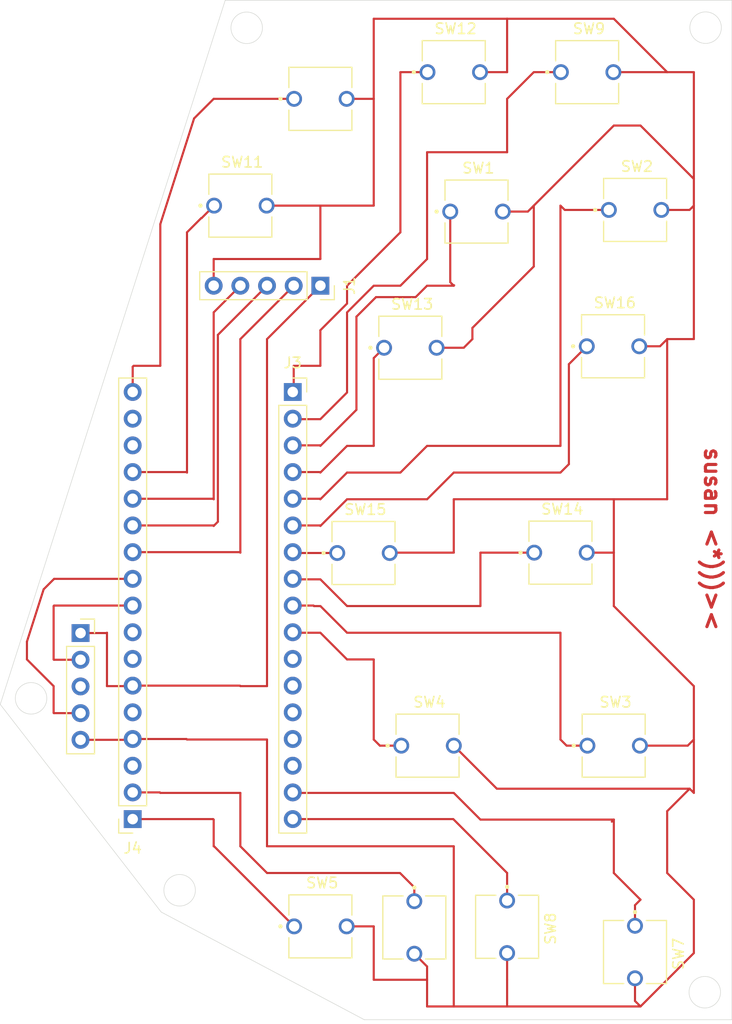
<source format=kicad_pcb>
(kicad_pcb (version 20240108) (generator "pcbnew") (generator_version "8.0")
  (layers (0 "F.Cu" signal) (31 "B.Cu" signal) (34 "B.Paste" user) (35 "F.Paste" user) (36 "B.SilkS" user "B.Silkscreen") (37 "F.SilkS" user "F.Silkscreen") (38 "B.Mask" user) (39 "F.Mask" user) (44 "Edge.Cuts" user))
  (net 0 "")
  (net 1 "/D8")
  (net 2 "/VCC")
  (net 3 "/A0")
  (net 4 "/GND")
  (net 5 "/A1")
  (net 6 "/D16")
  (net 7 "/D6")
  (net 8 "/D7")
  (net 9 "/D17")
  (net 10 "/D11")
  (net 11 "/D10")
  (net 12 "/D15")
  (net 13 "/RST")
  (net 14 "/D14")
  (net 15 "/D5")
  (net 16 "/D2")
  (net 17 "/D3")
  (net 18 "/D12")
  (net 19 "/D9")
  (net 20 "/D4")
  (net 21 "/3V")
  (net 22 "/A2")
  (net 23 "/NC")
  (net 24 "/D13")
  (net 25 "/VIN")
  (net 26 "/A3")
  (net 27 "/A5")
  (net 28 "/A4")
  (net 29 "/REF")
  (net 30 "/D0")
  (net 31 "/D1")
  (footprint "Downloads:SW_BUTT-2" (layer "F.Cu") (at 139.7 66.04)
    (property "Reference" "SW11" (at 0.175 -4.135 0) (layer "F.SilkS"))
    (property "Value" "D_Pad_LEFT")
    (fp_line (start -3 -3) (end 3 -3) (stroke (width 0.127)) (layer "F.SilkS"))
    (fp_line (start -3 -1.075) (end -3 -3) (stroke (width 0.127)) (layer "F.SilkS"))
    (fp_line (start -3 3) (end -3 1.075) (stroke (width 0.127)) (layer "F.SilkS"))
    (fp_line (start 3 -3) (end 3 -1.075) (stroke (width 0.127)) (layer "F.SilkS"))
    (fp_line (start 3 1.075) (end 3 3) (stroke (width 0.127)) (layer "F.SilkS"))
    (fp_line (start 3 3) (end -3 3) (stroke (width 0.127)) (layer "F.SilkS"))
    (fp_circle (center -3.8 0) (end -3.7 0) (stroke (width 0.2)) (fill none) (layer "F.SilkS"))
    (pad "1" thru_hole circle (at -2.5 0) (size 1.508 1.508) (drill 1) (layers "*.Cu" "*.Mask") (net 3 "/A0"))
    (pad "2" thru_hole circle (at 2.5 0) (size 1.508 1.508) (drill 1) (layers "*.Cu" "*.Mask") (net 4 "/GND"))
  )
  (footprint "Downloads:SW_BUTT-2" (layer "F.Cu") (at 151.42522 99.093601)
    (property "Reference" "SW15" (at 0.175 -4.135 0) (layer "F.SilkS"))
    (property "Value" "Y_Button")
    (fp_line (start -3 -3) (end 3 -3) (stroke (width 0.127)) (layer "F.SilkS"))
    (fp_line (start -3 -1.075) (end -3 -3) (stroke (width 0.127)) (layer "F.SilkS"))
    (fp_line (start -3 3) (end -3 1.075) (stroke (width 0.127)) (layer "F.SilkS"))
    (fp_line (start 3 -3) (end 3 -1.075) (stroke (width 0.127)) (layer "F.SilkS"))
    (fp_line (start 3 1.075) (end 3 3) (stroke (width 0.127)) (layer "F.SilkS"))
    (fp_line (start 3 3) (end -3 3) (stroke (width 0.127)) (layer "F.SilkS"))
    (fp_circle (center -3.8 0) (end -3.7 0) (stroke (width 0.2)) (fill none) (layer "F.SilkS"))
    (pad "1" thru_hole circle (at -2.5 0) (size 1.508 1.508) (drill 1) (layers "*.Cu" "*.Mask") (net 7 "/D6"))
    (pad "2" thru_hole circle (at 2.5 0) (size 1.508 1.508) (drill 1) (layers "*.Cu" "*.Mask") (net 4 "/GND"))
  )
  (footprint "Connector_PinSocket_2.54mm:PinSocket_1x17_P2.54mm_Vertical" (layer "F.Cu") (at 144.688898 83.77259)
    (property "Reference" "J3" (at 0 -2.77 0) (layer "F.SilkS"))
    (property "Value" "Conn_01x17_Pin" (hide yes))
    (fp_line (start -1.33 1.27) (end -1.33 41.97) (stroke (width 0.12)) (layer "F.SilkS"))
    (fp_line (start -1.33 1.27) (end 1.33 1.27) (stroke (width 0.12)) (layer "F.SilkS"))
    (fp_line (start -1.33 41.97) (end 1.33 41.97) (stroke (width 0.12)) (layer "F.SilkS"))
    (fp_line (start 0 -1.33) (end 1.33 -1.33) (stroke (width 0.12)) (layer "F.SilkS"))
    (fp_line (start 1.33 -1.33) (end 1.33 0) (stroke (width 0.12)) (layer "F.SilkS"))
    (fp_line (start 1.33 1.27) (end 1.33 41.97) (stroke (width 0.12)) (layer "F.SilkS"))
    (pad "1" thru_hole rect (at 0 0) (size 1.7 1.7) (drill 1) (layers "*.Cu" "*.Mask") (net 18 "/D12"))
    (pad "2" thru_hole oval (at 0 2.54) (size 1.7 1.7) (drill 1) (layers "*.Cu" "*.Mask") (net 10 "/D11"))
    (pad "3" thru_hole oval (at 0 5.08) (size 1.7 1.7) (drill 1) (layers "*.Cu" "*.Mask") (net 11 "/D10"))
    (pad "4" thru_hole oval (at 0 7.62) (size 1.7 1.7) (drill 1) (layers "*.Cu" "*.Mask") (net 19 "/D9"))
    (pad "5" thru_hole oval (at 0 10.16) (size 1.7 1.7) (drill 1) (layers "*.Cu" "*.Mask") (net 1 "/D8"))
    (pad "6" thru_hole oval (at 0 12.7) (size 1.7 1.7) (drill 1) (layers "*.Cu" "*.Mask") (net 8 "/D7"))
    (pad "7" thru_hole oval (at 0 15.24) (size 1.7 1.7) (drill 1) (layers "*.Cu" "*.Mask") (net 7 "/D6"))
    (pad "8" thru_hole oval (at 0 17.78) (size 1.7 1.7) (drill 1) (layers "*.Cu" "*.Mask") (net 15 "/D5"))
    (pad "9" thru_hole oval (at 0 20.32) (size 1.7 1.7) (drill 1) (layers "*.Cu" "*.Mask") (net 20 "/D4"))
    (pad "10" thru_hole oval (at 0 22.86) (size 1.7 1.7) (drill 1) (layers "*.Cu" "*.Mask") (net 17 "/D3"))
    (pad "11" thru_hole oval (at 0 25.4) (size 1.7 1.7) (drill 1) (layers "*.Cu" "*.Mask") (net 16 "/D2"))
    (pad "12" thru_hole oval (at 0 27.94) (size 1.7 1.7) (drill 1) (layers "*.Cu" "*.Mask") (net 4 "/GND"))
    (pad "13" thru_hole oval (at 0 30.48) (size 1.7 1.7) (drill 1) (layers "*.Cu" "*.Mask") (net 13 "/RST"))
    (pad "14" thru_hole oval (at 0 33.02) (size 1.7 1.7) (drill 1) (layers "*.Cu" "*.Mask") (net 30 "/D0"))
    (pad "15" thru_hole oval (at 0 35.56) (size 1.7 1.7) (drill 1) (layers "*.Cu" "*.Mask") (net 31 "/D1"))
    (pad "16" thru_hole oval (at 0 38.1) (size 1.7 1.7) (drill 1) (layers "*.Cu" "*.Mask") (net 9 "/D17"))
    (pad "17" thru_hole oval (at 0 40.64) (size 1.7 1.7) (drill 1) (layers "*.Cu" "*.Mask") (net 6 "/D16"))
  )
  (footprint "Downloads:SW_BUTT-2" (layer "F.Cu") (at 165.1 134.66 -90)
    (property "Reference" "SW8" (at 0.175 -4.135 90) (layer "F.SilkS"))
    (property "Value" "Select_Button")
    (fp_line (start -3 3) (end -3 1.075) (stroke (width 0.127)) (layer "F.SilkS"))
    (fp_line (start 3 3) (end -3 3) (stroke (width 0.127)) (layer "F.SilkS"))
    (fp_line (start 3 1.075) (end 3 3) (stroke (width 0.127)) (layer "F.SilkS"))
    (fp_line (start -3 -1.075) (end -3 -3) (stroke (width 0.127)) (layer "F.SilkS"))
    (fp_line (start -3 -3) (end 3 -3) (stroke (width 0.127)) (layer "F.SilkS"))
    (fp_line (start 3 -3) (end 3 -1.075) (stroke (width 0.127)) (layer "F.SilkS"))
    (fp_circle (center -3.8 0) (end -3.7 0) (stroke (width 0.2)) (fill none) (layer "F.SilkS"))
    (pad "1" thru_hole circle (at -2.5 0 270) (size 1.508 1.508) (drill 1) (layers "*.Cu" "*.Mask") (net 6 "/D16"))
    (pad "2" thru_hole circle (at 2.5 0 270) (size 1.508 1.508) (drill 1) (layers "*.Cu" "*.Mask") (net 4 "/GND"))
  )
  (footprint "Downloads:SW_BUTT-2" (layer "F.Cu") (at 162.185753 66.605625)
    (property "Reference" "SW1" (at 0.175 -4.135 0) (layer "F.SilkS"))
    (property "Value" "Left_Trigger")
    (fp_line (start -3 -3) (end 3 -3) (stroke (width 0.127)) (layer "F.SilkS"))
    (fp_line (start -3 -1.075) (end -3 -3) (stroke (width 0.127)) (layer "F.SilkS"))
    (fp_line (start -3 3) (end -3 1.075) (stroke (width 0.127)) (layer "F.SilkS"))
    (fp_line (start 3 -3) (end 3 -1.075) (stroke (width 0.127)) (layer "F.SilkS"))
    (fp_line (start 3 1.075) (end 3 3) (stroke (width 0.127)) (layer "F.SilkS"))
    (fp_line (start 3 3) (end -3 3) (stroke (width 0.127)) (layer "F.SilkS"))
    (fp_circle (center -3.8 0) (end -3.7 0) (stroke (width 0.2)) (fill none) (layer "F.SilkS"))
    (pad "1" thru_hole circle (at -2.5 0) (size 1.508 1.508) (drill 1) (layers "*.Cu" "*.Mask") (net 11 "/D10"))
    (pad "2" thru_hole circle (at 2.5 0) (size 1.508 1.508) (drill 1) (layers "*.Cu" "*.Mask") (net 4 "/GND"))
  )
  (footprint "Downloads:SW_BUTT-2" (layer "F.Cu") (at 177.287224 66.449227)
    (property "Reference" "SW2" (at 0.175 -4.135 0) (layer "F.SilkS"))
    (property "Value" "Right_Trigger")
    (fp_line (start -3 -3) (end 3 -3) (stroke (width 0.127)) (layer "F.SilkS"))
    (fp_line (start -3 -1.075) (end -3 -3) (stroke (width 0.127)) (layer "F.SilkS"))
    (fp_line (start -3 3) (end -3 1.075) (stroke (width 0.127)) (layer "F.SilkS"))
    (fp_line (start 3 -3) (end 3 -1.075) (stroke (width 0.127)) (layer "F.SilkS"))
    (fp_line (start 3 1.075) (end 3 3) (stroke (width 0.127)) (layer "F.SilkS"))
    (fp_line (start 3 3) (end -3 3) (stroke (width 0.127)) (layer "F.SilkS"))
    (fp_circle (center -3.8 0) (end -3.7 0) (stroke (width 0.2)) (fill none) (layer "F.SilkS"))
    (pad "1" thru_hole circle (at -2.5 0) (size 1.508 1.508) (drill 1) (layers "*.Cu" "*.Mask") (net 1 "/D8"))
    (pad "2" thru_hole circle (at 2.5 0) (size 1.508 1.508) (drill 1) (layers "*.Cu" "*.Mask") (net 4 "/GND"))
  )
  (footprint "Downloads:SW_BUTT-2" (layer "F.Cu") (at 175.185285 79.423786)
    (property "Reference" "SW16" (at 0.175 -4.135 0) (layer "F.SilkS"))
    (property "Value" "B_Button")
    (fp_line (start -3 -3) (end 3 -3) (stroke (width 0.127)) (layer "F.SilkS"))
    (fp_line (start -3 -1.075) (end -3 -3) (stroke (width 0.127)) (layer "F.SilkS"))
    (fp_line (start -3 3) (end -3 1.075) (stroke (width 0.127)) (layer "F.SilkS"))
    (fp_line (start 3 -3) (end 3 -1.075) (stroke (width 0.127)) (layer "F.SilkS"))
    (fp_line (start 3 1.075) (end 3 3) (stroke (width 0.127)) (layer "F.SilkS"))
    (fp_line (start 3 3) (end -3 3) (stroke (width 0.127)) (layer "F.SilkS"))
    (fp_circle (center -3.8 0) (end -3.7 0) (stroke (width 0.2)) (fill none) (layer "F.SilkS"))
    (pad "1" thru_hole circle (at -2.5 0) (size 1.508 1.508) (drill 1) (layers "*.Cu" "*.Mask") (net 8 "/D7"))
    (pad "2" thru_hole circle (at 2.5 0) (size 1.508 1.508) (drill 1) (layers "*.Cu" "*.Mask") (net 4 "/GND"))
  )
  (footprint "Connector_PinSocket_2.54mm:PinSocket_1x05_P2.54mm_Vertical" (layer "F.Cu") (at 147.32 73.66 -90)
    (property "Reference" "J1" (at 0 -2.77 90) (layer "F.SilkS"))
    (property "Value" "Joystick_F_TH")
    (fp_line (start -1.33 11.49) (end 1.33 11.49) (stroke (width 0.12)) (layer "F.SilkS"))
    (fp_line (start -1.33 1.27) (end -1.33 11.49) (stroke (width 0.12)) (layer "F.SilkS"))
    (fp_line (start -1.33 1.27) (end 1.33 1.27) (stroke (width 0.12)) (layer "F.SilkS"))
    (fp_line (start 1.33 1.27) (end 1.33 11.49) (stroke (width 0.12)) (layer "F.SilkS"))
    (fp_line (start 0 -1.33) (end 1.33 -1.33) (stroke (width 0.12)) (layer "F.SilkS"))
    (fp_line (start 1.33 -1.33) (end 1.33 0) (stroke (width 0.12)) (layer "F.SilkS"))
    (pad "1" thru_hole rect (at 0 0 270) (size 1.7 1.7) (drill 1) (layers "*.Cu" "*.Mask") (net 2 "/VCC"))
    (pad "2" thru_hole oval (at 0 2.54 270) (size 1.7 1.7) (drill 1) (layers "*.Cu" "*.Mask") (net 26 "/A3"))
    (pad "3" thru_hole oval (at 0 5.08 270) (size 1.7 1.7) (drill 1) (layers "*.Cu" "*.Mask") (net 22 "/A2"))
    (pad "4" thru_hole oval (at 0 7.62 270) (size 1.7 1.7) (drill 1) (layers "*.Cu" "*.Mask") (net 5 "/A1"))
    (pad "5" thru_hole oval (at 0 10.16 270) (size 1.7 1.7) (drill 1) (layers "*.Cu" "*.Mask") (net 4 "/GND"))
  )
  (footprint "Downloads:SW_BUTT-2" (layer "F.Cu") (at 157.524084 117.423391)
    (property "Reference" "SW4" (at 0.175 -4.135 0) (layer "F.SilkS"))
    (property "Value" "Left_Bumper")
    (fp_line (start -3 -3) (end 3 -3) (stroke (width 0.127)) (layer "F.SilkS"))
    (fp_line (start -3 -1.075) (end -3 -3) (stroke (width 0.127)) (layer "F.SilkS"))
    (fp_line (start -3 3) (end -3 1.075) (stroke (width 0.127)) (layer "F.SilkS"))
    (fp_line (start 3 -3) (end 3 -1.075) (stroke (width 0.127)) (layer "F.SilkS"))
    (fp_line (start 3 1.075) (end 3 3) (stroke (width 0.127)) (layer "F.SilkS"))
    (fp_line (start 3 3) (end -3 3) (stroke (width 0.127)) (layer "F.SilkS"))
    (fp_circle (center -3.8 0) (end -3.7 0) (stroke (width 0.2)) (fill none) (layer "F.SilkS"))
    (pad "1" thru_hole circle (at -2.5 0) (size 1.508 1.508) (drill 1) (layers "*.Cu" "*.Mask") (net 17 "/D3"))
    (pad "2" thru_hole circle (at 2.5 0) (size 1.508 1.508) (drill 1) (layers "*.Cu" "*.Mask") (net 4 "/GND"))
  )
  (footprint "Downloads:SW_BUTT-2" (layer "F.Cu") (at 170.18 99.06)
    (property "Reference" "SW14" (at 0.175 -4.135 0) (layer "F.SilkS"))
    (property "Value" "X_Button")
    (fp_line (start -3 -3) (end 3 -3) (stroke (width 0.127)) (layer "F.SilkS"))
    (fp_line (start -3 -1.075) (end -3 -3) (stroke (width 0.127)) (layer "F.SilkS"))
    (fp_line (start -3 3) (end -3 1.075) (stroke (width 0.127)) (layer "F.SilkS"))
    (fp_line (start 3 -3) (end 3 -1.075) (stroke (width 0.127)) (layer "F.SilkS"))
    (fp_line (start 3 1.075) (end 3 3) (stroke (width 0.127)) (layer "F.SilkS"))
    (fp_line (start 3 3) (end -3 3) (stroke (width 0.127)) (layer "F.SilkS"))
    (fp_circle (center -3.8 0) (end -3.7 0) (stroke (width 0.2)) (fill none) (layer "F.SilkS"))
    (pad "1" thru_hole circle (at -2.5 0) (size 1.508 1.508) (drill 1) (layers "*.Cu" "*.Mask") (net 15 "/D5"))
    (pad "2" thru_hole circle (at 2.5 0) (size 1.508 1.508) (drill 1) (layers "*.Cu" "*.Mask") (net 4 "/GND"))
  )
  (footprint "Downloads:SW_BUTT-2" (layer "F.Cu") (at 160.02 53.34)
    (property "Reference" "SW12" (at 0.175 -4.135 0) (layer "F.SilkS"))
    (property "Value" "D_Pad_RIGHT")
    (fp_line (start -3 -3) (end 3 -3) (stroke (width 0.127)) (layer "F.SilkS"))
    (fp_line (start -3 -1.075) (end -3 -3) (stroke (width 0.127)) (layer "F.SilkS"))
    (fp_line (start -3 3) (end -3 1.075) (stroke (width 0.127)) (layer "F.SilkS"))
    (fp_line (start 3 -3) (end 3 -1.075) (stroke (width 0.127)) (layer "F.SilkS"))
    (fp_line (start 3 1.075) (end 3 3) (stroke (width 0.127)) (layer "F.SilkS"))
    (fp_line (start 3 3) (end -3 3) (stroke (width 0.127)) (layer "F.SilkS"))
    (fp_circle (center -3.8 0) (end -3.7 0) (stroke (width 0.2)) (fill none) (layer "F.SilkS"))
    (pad "1" thru_hole circle (at -2.5 0) (size 1.508 1.508) (drill 1) (layers "*.Cu" "*.Mask") (net 18 "/D12"))
    (pad "2" thru_hole circle (at 2.5 0) (size 1.508 1.508) (drill 1) (layers "*.Cu" "*.Mask") (net 4 "/GND"))
  )
  (footprint "Downloads:SW_BUTT-2" (layer "F.Cu") (at 177.276802 137.06048 -90)
    (property "Reference" "SW7" (at 0.175 -4.135 90) (layer "F.SilkS"))
    (property "Value" "Joy_Button")
    (fp_line (start -3 3) (end -3 1.075) (stroke (width 0.127)) (layer "F.SilkS"))
    (fp_line (start 3 3) (end -3 3) (stroke (width 0.127)) (layer "F.SilkS"))
    (fp_line (start 3 1.075) (end 3 3) (stroke (width 0.127)) (layer "F.SilkS"))
    (fp_line (start -3 -1.075) (end -3 -3) (stroke (width 0.127)) (layer "F.SilkS"))
    (fp_line (start -3 -3) (end 3 -3) (stroke (width 0.127)) (layer "F.SilkS"))
    (fp_line (start 3 -3) (end 3 -1.075) (stroke (width 0.127)) (layer "F.SilkS"))
    (fp_circle (center -3.8 0) (end -3.7 0) (stroke (width 0.2)) (fill none) (layer "F.SilkS"))
    (pad "1" thru_hole circle (at -2.5 0 270) (size 1.508 1.508) (drill 1) (layers "*.Cu" "*.Mask") (net 9 "/D17"))
    (pad "2" thru_hole circle (at 2.5 0 270) (size 1.508 1.508) (drill 1) (layers "*.Cu" "*.Mask") (net 4 "/GND"))
  )
  (footprint "Downloads:SW_BUTT-2" (layer "F.Cu") (at 147.32 134.62)
    (property "Reference" "SW5" (at 0.175 -4.135 0) (layer "F.SilkS"))
    (property "Value" "Start_Button")
    (fp_line (start -3 -3) (end 3 -3) (stroke (width 0.127)) (layer "F.SilkS"))
    (fp_line (start -3 -1.075) (end -3 -3) (stroke (width 0.127)) (layer "F.SilkS"))
    (fp_line (start -3 3) (end -3 1.075) (stroke (width 0.127)) (layer "F.SilkS"))
    (fp_line (start 3 -3) (end 3 -1.075) (stroke (width 0.127)) (layer "F.SilkS"))
    (fp_line (start 3 1.075) (end 3 3) (stroke (width 0.127)) (layer "F.SilkS"))
    (fp_line (start 3 3) (end -3 3) (stroke (width 0.127)) (layer "F.SilkS"))
    (fp_circle (center -3.8 0) (end -3.7 0) (stroke (width 0.2)) (fill none) (layer "F.SilkS"))
    (pad "1" thru_hole circle (at -2.5 0) (size 1.508 1.508) (drill 1) (layers "*.Cu" "*.Mask") (net 12 "/D15"))
    (pad "2" thru_hole circle (at 2.5 0) (size 1.508 1.508) (drill 1) (layers "*.Cu" "*.Mask") (net 4 "/GND"))
  )
  (footprint "Downloads:SW_BUTT-2" (layer "F.Cu") (at 155.885784 79.562566)
    (property "Reference" "SW13" (at 0.175 -4.135 0) (layer "F.SilkS"))
    (property "Value" "A_Button")
    (fp_line (start -3 -3) (end 3 -3) (stroke (width 0.127)) (layer "F.SilkS"))
    (fp_line (start -3 -1.075) (end -3 -3) (stroke (width 0.127)) (layer "F.SilkS"))
    (fp_line (start -3 3) (end -3 1.075) (stroke (width 0.127)) (layer "F.SilkS"))
    (fp_line (start 3 -3) (end 3 -1.075) (stroke (width 0.127)) (layer "F.SilkS"))
    (fp_line (start 3 1.075) (end 3 3) (stroke (width 0.127)) (layer "F.SilkS"))
    (fp_line (start 3 3) (end -3 3) (stroke (width 0.127)) (layer "F.SilkS"))
    (fp_circle (center -3.8 0) (end -3.7 0) (stroke (width 0.2)) (fill none) (layer "F.SilkS"))
    (pad "1" thru_hole circle (at -2.5 0) (size 1.508 1.508) (drill 1) (layers "*.Cu" "*.Mask") (net 19 "/D9"))
    (pad "2" thru_hole circle (at 2.5 0) (size 1.508 1.508) (drill 1) (layers "*.Cu" "*.Mask") (net 4 "/GND"))
  )
  (footprint "Connector_PinSocket_2.54mm:PinSocket_1x05_P2.54mm_Vertical" (layer "F.Cu") (at 124.485 106.71)
    (property "Reference" "J2" (hide yes))
    (property "Value" "Joystick_B_TH")
    (fp_line (start -1.33 1.27) (end -1.33 11.49) (stroke (width 0.12)) (layer "F.SilkS"))
    (fp_line (start -1.33 1.27) (end 1.33 1.27) (stroke (width 0.12)) (layer "F.SilkS"))
    (fp_line (start -1.33 11.49) (end 1.33 11.49) (stroke (width 0.12)) (layer "F.SilkS"))
    (fp_line (start 0 -1.33) (end 1.33 -1.33) (stroke (width 0.12)) (layer "F.SilkS"))
    (fp_line (start 1.33 -1.33) (end 1.33 0) (stroke (width 0.12)) (layer "F.SilkS"))
    (fp_line (start 1.33 1.27) (end 1.33 11.49) (stroke (width 0.12)) (layer "F.SilkS"))
    (pad "1" thru_hole rect (at 0 0) (size 1.7 1.7) (drill 1) (layers "*.Cu" "*.Mask") (net 2 "/VCC"))
    (pad "2" thru_hole oval (at 0 2.54) (size 1.7 1.7) (drill 1) (layers "*.Cu" "*.Mask") (net 27 "/A5"))
    (pad "3" thru_hole oval (at 0 5.08) (size 1.7 1.7) (drill 1) (layers "*.Cu" "*.Mask") (net 15 "/D5"))
    (pad "4" thru_hole oval (at 0 7.62) (size 1.7 1.7) (drill 1) (layers "*.Cu" "*.Mask") (net 28 "/A4"))
    (pad "5" thru_hole oval (at 0 10.16) (size 1.7 1.7) (drill 1) (layers "*.Cu" "*.Mask") (net 4 "/GND"))
  )
  (footprint "Downloads:SW_BUTT-2" (layer "F.Cu") (at 175.246012 117.423391)
    (property "Reference" "SW3" (at 0.175 -4.135 0) (layer "F.SilkS"))
    (property "Value" "Right_Bumper")
    (fp_line (start -3 -3) (end 3 -3) (stroke (width 0.127)) (layer "F.SilkS"))
    (fp_line (start -3 -1.075) (end -3 -3) (stroke (width 0.127)) (layer "F.SilkS"))
    (fp_line (start -3 3) (end -3 1.075) (stroke (width 0.127)) (layer "F.SilkS"))
    (fp_line (start 3 -3) (end 3 -1.075) (stroke (width 0.127)) (layer "F.SilkS"))
    (fp_line (start 3 1.075) (end 3 3) (stroke (width 0.127)) (layer "F.SilkS"))
    (fp_line (start 3 3) (end -3 3) (stroke (width 0.127)) (layer "F.SilkS"))
    (fp_circle (center -3.8 0) (end -3.7 0) (stroke (width 0.2)) (fill none) (layer "F.SilkS"))
    (pad "1" thru_hole circle (at -2.5 0) (size 1.508 1.508) (drill 1) (layers "*.Cu" "*.Mask") (net 20 "/D4"))
    (pad "2" thru_hole circle (at 2.5 0) (size 1.508 1.508) (drill 1) (layers "*.Cu" "*.Mask") (net 4 "/GND"))
  )
  (footprint "Downloads:SW_BUTT-2" (layer "F.Cu") (at 156.265609 134.723352 -90)
    (property "Reference" "SW6" (hide yes))
    (property "Value" "Home_Button" (hide yes))
    (fp_line (start -3 3) (end -3 1.075) (stroke (width 0.127)) (layer "F.SilkS"))
    (fp_line (start 3 3) (end -3 3) (stroke (width 0.127)) (layer "F.SilkS"))
    (fp_line (start 3 1.075) (end 3 3) (stroke (width 0.127)) (layer "F.SilkS"))
    (fp_line (start -3 -1.075) (end -3 -3) (stroke (width 0.127)) (layer "F.SilkS"))
    (fp_line (start -3 -3) (end 3 -3) (stroke (width 0.127)) (layer "F.SilkS"))
    (fp_line (start 3 -3) (end 3 -1.075) (stroke (width 0.127)) (layer "F.SilkS"))
    (fp_circle (center -3.8 0) (end -3.7 0) (stroke (width 0.2)) (fill none) (layer "F.SilkS"))
    (pad "1" thru_hole circle (at -2.5 0 270) (size 1.508 1.508) (drill 1) (layers "*.Cu" "*.Mask") (net 14 "/D14"))
    (pad "2" thru_hole circle (at 2.5 0 270) (size 1.508 1.508) (drill 1) (layers "*.Cu" "*.Mask") (net 4 "/GND"))
  )
  (footprint "Downloads:SW_BUTT-2" (layer "F.Cu") (at 147.32 55.88)
    (property "Reference" "SW10" (hide yes))
    (property "Value" "D_Pad_DOWN")
    (fp_line (start -3 -3) (end 3 -3) (stroke (width 0.127)) (layer "F.SilkS"))
    (fp_line (start -3 -1.075) (end -3 -3) (stroke (width 0.127)) (layer "F.SilkS"))
    (fp_line (start -3 3) (end -3 1.075) (stroke (width 0.127)) (layer "F.SilkS"))
    (fp_line (start 3 -3) (end 3 -1.075) (stroke (width 0.127)) (layer "F.SilkS"))
    (fp_line (start 3 1.075) (end 3 3) (stroke (width 0.127)) (layer "F.SilkS"))
    (fp_line (start 3 3) (end -3 3) (stroke (width 0.127)) (layer "F.SilkS"))
    (fp_circle (center -3.8 0) (end -3.7 0) (stroke (width 0.2)) (fill none) (layer "F.SilkS"))
    (pad "1" thru_hole circle (at -2.5 0) (size 1.508 1.508) (drill 1) (layers "*.Cu" "*.Mask") (net 24 "/D13"))
    (pad "2" thru_hole circle (at 2.5 0) (size 1.508 1.508) (drill 1) (layers "*.Cu" "*.Mask") (net 4 "/GND"))
  )
  (footprint "Connector_PinSocket_2.54mm:PinSocket_1x17_P2.54mm_Vertical" (layer "F.Cu") (at 129.448898 124.41259 180)
    (property "Reference" "J4" (at 0 -2.77 180) (layer "F.SilkS"))
    (property "Value" "Conn_01x17_Pin")
    (fp_line (start 1.33 1.27) (end 1.33 41.97) (stroke (width 0.12)) (layer "F.SilkS"))
    (fp_line (start 1.33 -1.33) (end 1.33 0) (stroke (width 0.12)) (layer "F.SilkS"))
    (fp_line (start 0 -1.33) (end 1.33 -1.33) (stroke (width 0.12)) (layer "F.SilkS"))
    (fp_line (start -1.33 41.97) (end 1.33 41.97) (stroke (width 0.12)) (layer "F.SilkS"))
    (fp_line (start -1.33 1.27) (end 1.33 1.27) (stroke (width 0.12)) (layer "F.SilkS"))
    (fp_line (start -1.33 1.27) (end -1.33 41.97) (stroke (width 0.12)) (layer "F.SilkS"))
    (pad "1" thru_hole rect (at 0 0 180) (size 1.7 1.7) (drill 1) (layers "*.Cu" "*.Mask") (net 12 "/D15"))
    (pad "2" thru_hole oval (at 0 2.54 180) (size 1.7 1.7) (drill 1) (layers "*.Cu" "*.Mask") (net 14 "/D14"))
    (pad "3" thru_hole oval (at 0 5.08 180) (size 1.7 1.7) (drill 1) (layers "*.Cu" "*.Mask") (net 25 "/VIN"))
    (pad "4" thru_hole oval (at 0 7.62 180) (size 1.7 1.7) (drill 1) (layers "*.Cu" "*.Mask") (net 4 "/GND"))
    (pad "5" thru_hole oval (at 0 10.16 180) (size 1.7 1.7) (drill 1) (layers "*.Cu" "*.Mask") (net 13 "/RST"))
    (pad "6" thru_hole oval (at 0 12.7 180) (size 1.7 1.7) (drill 1) (layers "*.Cu" "*.Mask") (net 2 "/VCC"))
    (pad "7" thru_hole oval (at 0 15.24 180) (size 1.7 1.7) (drill 1) (layers "*.Cu" "*.Mask") (net 23 "/NC"))
    (pad "8" thru_hole oval (at 0 17.78 180) (size 1.7 1.7) (drill 1) (layers "*.Cu" "*.Mask") (net 23 "/NC"))
    (pad "9" thru_hole oval (at 0 20.32 180) (size 1.7 1.7) (drill 1) (layers "*.Cu" "*.Mask") (net 27 "/A5"))
    (pad "10" thru_hole oval (at 0 22.86 180) (size 1.7 1.7) (drill 1) (layers "*.Cu" "*.Mask") (net 28 "/A4"))
    (pad "11" thru_hole oval (at 0 25.4 180) (size 1.7 1.7) (drill 1) (layers "*.Cu" "*.Mask") (net 26 "/A3"))
    (pad "12" thru_hole oval (at 0 27.94 180) (size 1.7 1.7) (drill 1) (layers "*.Cu" "*.Mask") (net 22 "/A2"))
    (pad "13" thru_hole oval (at 0 30.48 180) (size 1.7 1.7) (drill 1) (layers "*.Cu" "*.Mask") (net 5 "/A1"))
    (pad "14" thru_hole oval (at 0 33.02 180) (size 1.7 1.7) (drill 1) (layers "*.Cu" "*.Mask") (net 3 "/A0"))
    (pad "15" thru_hole oval (at 0 35.56 180) (size 1.7 1.7) (drill 1) (layers "*.Cu" "*.Mask") (net 29 "/REF"))
    (pad "16" thru_hole oval (at 0 38.1 180) (size 1.7 1.7) (drill 1) (layers "*.Cu" "*.Mask") (net 21 "/3V"))
    (pad "17" thru_hole oval (at 0 40.64 180) (size 1.7 1.7) (drill 1) (layers "*.Cu" "*.Mask") (net 24 "/D13"))
  )
  (footprint "Downloads:SW_BUTT-2" (layer "F.Cu") (at 172.72 53.34)
    (property "Reference" "SW9" (at 0.175 -4.135 0) (layer "F.SilkS"))
    (property "Value" "D_Pad_UP" (hide yes))
    (fp_line (start -3 -3) (end 3 -3) (stroke (width 0.127)) (layer "F.SilkS"))
    (fp_line (start -3 -1.075) (end -3 -3) (stroke (width 0.127)) (layer "F.SilkS"))
    (fp_line (start -3 3) (end -3 1.075) (stroke (width 0.127)) (layer "F.SilkS"))
    (fp_line (start 3 -3) (end 3 -1.075) (stroke (width 0.127)) (layer "F.SilkS"))
    (fp_line (start 3 1.075) (end 3 3) (stroke (width 0.127)) (layer "F.SilkS"))
    (fp_line (start 3 3) (end -3 3) (stroke (width 0.127)) (layer "F.SilkS"))
    (fp_circle (center -3.8 0) (end -3.7 0) (stroke (width 0.2)) (fill none) (layer "F.SilkS"))
    (pad "1" thru_hole circle (at -2.5 0) (size 1.508 1.508) (drill 1) (layers "*.Cu" "*.Mask") (net 10 "/D11"))
    (pad "2" thru_hole circle (at 2.5 0) (size 1.508 1.508) (drill 1) (layers "*.Cu" "*.Mask") (net 4 "/GND"))
  )
  (gr_line (start 132.161297 133.254945) (end 151.5 143.5) (stroke (width 0.05)) (layer "Edge.Cuts"))
  (gr_line (start 186.5 46.5) (end 186.5 113.5) (stroke (width 0.05)) (layer "Edge.Cuts"))
  (gr_line (start 186.5 143.5) (end 151.5 143.5) (stroke (width 0.05)) (layer "Edge.Cuts"))
  (gr_circle (center 140.30418 49.120068) (end 141.80418 49.120068) (stroke (width 0.05)) (fill none) (layer "Edge.Cuts"))
  (gr_line (start 138.26 46.5) (end 116.84 113.5) (stroke (width 0.05)) (layer "Edge.Cuts"))
  (gr_line (start 186.5 113.5) (end 186.5 143.5) (stroke (width 0.05)) (layer "Edge.Cuts"))
  (gr_circle (center 133.91857 131.183274) (end 135.41857 131.183274) (stroke (width 0.05)) (fill none) (layer "Edge.Cuts"))
  (gr_line (start 138.26 46.5) (end 186.5 46.5) (stroke (width 0.05)) (layer "Edge.Cuts"))
  (gr_circle (center 183.92154 140.88501) (end 185.42154 140.88501) (stroke (width 0.05)) (fill none) (layer "Edge.Cuts"))
  (gr_circle (center 119.773215 112.921082) (end 121.273215 112.921082) (stroke (width 0.05)) (fill none) (layer "Edge.Cuts"))
  (gr_line (start 116.84 113.5) (end 132.161297 133.254945) (stroke (width 0.05)) (layer "Edge.Cuts"))
  (gr_circle (center 183.999439 49.10721) (end 185.499439 49.10721) (stroke (width 0.05)) (fill none) (layer "Edge.Cuts"))
  (gr_text "susan <*)))><" (at 183.779627 88.9 270) (layer "F.Cu") (effects (font (size 1.5 1.5) (thickness 0.3) (bold yes)) (justify left bottom)))
  (segment (start 170.18 66.04) (end 170.589227 66.449227) (width 0.2) (layer "F.Cu") (net 1))
  (segment (start 170.18 88.9) (end 157.48 88.9) (width 0.2) (layer "F.Cu") (net 1))
  (segment (start 147.27259 93.93259) (end 144.688898 93.93259) (width 0.2) (layer "F.Cu") (net 1))
  (segment (start 154.94 91.44) (end 149.86 91.44) (width 0.2) (layer "F.Cu") (net 1))
  (segment (start 170.18 66.04) (end 170.18 88.9) (width 0.2) (layer "F.Cu") (net 1))
  (segment (start 170.589227 66.449227) (end 174.787224 66.449227) (width 0.2) (layer "F.Cu") (net 1))
  (segment (start 149.86 91.44) (end 147.32 93.98) (width 0.2) (layer "F.Cu") (net 1))
  (segment (start 157.48 88.9) (end 154.94 91.44) (width 0.2) (layer "F.Cu") (net 1))
  (segment (start 147.32 93.98) (end 147.27259 93.93259) (width 0.2) (layer "F.Cu") (net 1))
  (segment (start 139.7 111.76) (end 139.65259 111.71259) (width 0.2) (layer "F.Cu") (net 2))
  (segment (start 147.32 73.66) (end 142.24 78.74) (width 0.2) (layer "F.Cu") (net 2))
  (segment (start 139.65259 111.71259) (end 129.448898 111.71259) (width 0.2) (layer "F.Cu") (net 2))
  (segment (start 124.485 106.71) (end 126.97 106.71) (width 0.2) (layer "F.Cu") (net 2))
  (segment (start 142.24 111.76) (end 139.7 111.76) (width 0.2) (layer "F.Cu") (net 2))
  (segment (start 127 111.76) (end 129.401488 111.76) (width 0.2) (layer "F.Cu") (net 2))
  (segment (start 127 106.68) (end 127 111.76) (width 0.2) (layer "F.Cu") (net 2))
  (segment (start 142.24 78.74) (end 142.24 111.76) (width 0.2) (layer "F.Cu") (net 2))
  (segment (start 129.401488 111.76) (end 129.448898 111.71259) (width 0.2) (layer "F.Cu") (net 2))
  (segment (start 126.97 106.71) (end 127 106.68) (width 0.2) (layer "F.Cu") (net 2))
  (segment (start 135.97 67.23) (end 134.62 68.58) (width 0.2) (layer "F.Cu") (net 3))
  (segment (start 134.62 91.44) (end 134.57259 91.39259) (width 0.2) (layer "F.Cu") (net 3))
  (segment (start 136.01 67.23) (end 135.97 67.23) (width 0.2) (layer "F.Cu") (net 3))
  (segment (start 134.62 68.58) (end 134.62 91.44) (width 0.2) (layer "F.Cu") (net 3))
  (segment (start 134.57259 91.39259) (end 129.448898 91.39259) (width 0.2) (layer "F.Cu") (net 3))
  (segment (start 137.2 66.04) (end 136.01 67.23) (width 0.2) (layer "F.Cu") (net 3))
  (segment (start 165.1 48.26) (end 175.26 48.26) (width 0.2) (layer "F.Cu") (net 4))
  (segment (start 182.88 53.34) (end 182.88 63.5) (width 0.2) (layer "F.Cu") (net 4))
  (segment (start 137.16 73.66) (end 137.16 71.12) (width 0.2) (layer "F.Cu") (net 4))
  (segment (start 160.02 127) (end 160.02 142.24) (width 0.2) (layer "F.Cu") (net 4))
  (segment (start 177.746012 117.423391) (end 182.296609 117.423391) (width 0.2) (layer "F.Cu") (net 4))
  (segment (start 160.02 127) (end 142.24 127) (width 0.2) (layer "F.Cu") (net 4))
  (segment (start 182.88 121.92) (end 182.88 116.84) (width 0.2) (layer "F.Cu") (net 4))
  (segment (start 161.795 77.673683) (end 161.795 78.74) (width 0.2) (layer "F.Cu") (net 4))
  (segment (start 152.4 55.88) (end 152.4 48.26) (width 0.2) (layer "F.Cu") (net 4))
  (segment (start 175.22 53.34) (end 180.34 53.34) (width 0.2) (layer "F.Cu") (net 4))
  (segment (start 179.656214 79.423786) (end 180.34 78.74) (width 0.2) (layer "F.Cu") (net 4))
  (segment (start 157.48 138.437743) (end 157.48 139.7) (width 0.2) (layer "F.Cu") (net 4))
  (segment (start 147.32 71.12) (end 147.32 66.04) (width 0.2) (layer "F.Cu") (net 4))
  (segment (start 137.16 71.12) (end 147.32 71.12) (width 0.2) (layer "F.Cu") (net 4))
  (segment (start 179.787224 66.449227) (end 182.470773 66.449227) (width 0.2) (layer "F.Cu") (net 4))
  (segment (start 182.88 116.84) (end 182.88 111.76) (width 0.2) (layer "F.Cu") (net 4))
  (segment (start 180.34 78.74) (end 182.88 78.74) (width 0.2) (layer "F.Cu") (net 4))
  (segment (start 180.34 129.54) (end 182.88 132.08) (width 0.2) (layer "F.Cu") (net 4))
  (segment (start 134.62 116.84) (end 134.57259 116.79259) (width 0.2) (layer "F.Cu") (net 4))
  (segment (start 152.4 139.7) (end 157.48 139.7) (width 0.2) (layer "F.Cu") (net 4))
  (segment (start 152.4 134.62) (end 152.4 139.7) (width 0.2) (layer "F.Cu") (net 4))
  (segment (start 175.26 93.98) (end 175.26 99.06) (width 0.2) (layer "F.Cu") (net 4))
  (segment (start 164.120693 121.52) (end 182.48 121.52) (width 0.2) (layer "F.Cu") (net 4))
  (segment (start 149.82 134.62) (end 152.4 134.62) (width 0.2) (layer "F.Cu") (net 4))
  (segment (start 142.24 116.84) (end 134.62 116.84) (width 0.2) (layer "F.Cu") (net 4))
  (segment (start 157.48 139.7) (end 157.48 142.24) (width 0.2) (layer "F.Cu") (net 4))
  (segment (start 160.02 93.98) (end 160.02 99.06) (width 0.2) (layer "F.Cu") (net 4))
  (segment (start 142.2 66.04) (end 147.32 66.04) (width 0.2) (layer "F.Cu") (net 4))
  (segment (start 160.024084 117.423391) (end 164.120693 121.52) (width 0.2) (layer "F.Cu") (net 4))
  (segment (start 152.4 55.88) (end 152.4 66.04) (width 0.2) (layer "F.Cu") (net 4))
  (segment (start 153.958821 99.06) (end 153.92522 99.093601) (width 0.2) (layer "F.Cu") (net 4))
  (segment (start 180.34 123.66) (end 180.34 129.54) (width 0.2) (layer "F.Cu") (net 4))
  (segment (start 182.470773 66.449227) (end 182.88 66.04) (width 0.2) (layer "F.Cu") (net 4))
  (segment (start 182.88 78.74) (end 182.88 66.04) (width 0.2) (layer "F.Cu") (net 4))
  (segment (start 175.26 99.06) (end 172.68 99.06) (width 0.2) (layer "F.Cu") (net 4))
  (segment (start 149.82 55.88) (end 152.4 55.88) (width 0.2) (layer "F.Cu") (net 4))
  (segment (start 182.88 132.08) (end 182.88 137.16) (width 0.2) (layer "F.Cu") (net 4))
  (segment (start 165.1 137.16) (end 165.1 139.7) (width 0.2) (layer "F.Cu") (net 4))
  (segment (start 167.64 66.04) (end 167.64 71.828683) (width 0.2) (layer "F.Cu") (net 4))
  (segment (start 175.26 48.26) (end 180.34 53.34) (width 0.2) (layer "F.Cu") (net 4))
  (segment (start 180.34 78.74) (end 180.34 93.98) (width 0.2) (layer "F.Cu") (net 4))
  (segment (start 129.448898 116.79259) (end 134.57259 116.79259) (width 0.2) (layer "F.Cu") (net 4))
  (segment (start 160.972434 79.562566) (end 161.795 78.74) (width 0.2) (layer "F.Cu") (net 4))
  (segment (start 167.64 71.828683) (end 161.795 77.673683) (width 0.2) (layer "F.Cu") (net 4))
  (segment (start 142.24 127) (end 142.24 116.84) (width 0.2) (layer "F.Cu") (net 4))
  (segment (start 177.8 142.24) (end 160.02 142.24) (width 0.2) (layer "F.Cu") (net 4))
  (segment (start 182.88 111.76) (end 175.26 104.14) (width 0.2) (layer "F.Cu") (net 4))
  (segment (start 177.685285 79.423786) (end 179.656214 79.423786) (width 0.2) (layer "F.Cu") (net 4))
  (segment (start 152.4 66.04) (end 147.32 66.04) (width 0.2) (layer "F.Cu") (net 4))
  (segment (start 152.4 48.26) (end 165.1 48.26) (width 0.2) (layer "F.Cu") (net 4))
  (segment (start 165.1 53.34) (end 165.1 48.26) (width 0.2) (layer "F.Cu") (net 4))
  (segment (start 124.485 116.87) (end 129.371488 116.87) (width 0.2) (layer "F.Cu") (net 4))
  (segment (start 177.8 116.88) (end 177.76 116.84) (width 0.2) (layer "F.Cu") (net 4))
  (segment (start 165.1 139.7) (end 165.1 142.24) (width 0.2) (layer "F.Cu") (net 4))
  (segment (start 175.26 93.98) (end 160.02 93.98) (width 0.2) (layer "F.Cu") (net 4))
  (segment (start 182.88 63.5) (end 182.88 66.04) (width 0.2) (layer "F.Cu") (net 4))
  (segment (start 182.48 121.52) (end 180.34 123.66) (width 0.2) (layer "F.Cu") (net 4))
  (segment (start 167.64 66.04) (end 175.26 58.42) (width 0.2) (layer "F.Cu") (net 4))
  (segment (start 177.276802 141.716802) (end 177.8 142.24) (width 0.2) (layer "F.Cu") (net 4))
  (segment (start 175.26 58.42) (end 177.8 58.42) (width 0.2) (layer "F.Cu") (net 4))
  (segment (start 158.385784 79.562566) (end 160.972434 79.562566) (width 0.2) (layer "F.Cu") (net 4))
  (segment (start 182.88 137.16) (end 177.8 142.24) (width 0.2) (layer "F.Cu") (net 4))
  (segment (start 129.371488 116.87) (end 129.448898 116.79259) (width 0.2) (layer "F.Cu") (net 4))
  (segment (start 160.02 99.06) (end 153.958821 99.06) (width 0.2) (layer "F.Cu") (net 4))
  (segment (start 180.34 53.34) (end 182.88 53.34) (width 0.2) (layer "F.Cu") (net 4))
  (segment (start 177.8 58.42) (end 182.88 63.5) (width 0.2) (layer "F.Cu") (net 4))
  (segment (start 182.296609 117.423391) (end 182.88 116.84) (width 0.2) (layer "F.Cu") (net 4))
  (segment (start 162.52 53.34) (end 165.1 53.34) (width 0.2) (layer "F.Cu") (net 4))
  (segment (start 182.48 121.52) (end 182.88 121.92) (width 0.2) (layer "F.Cu") (net 4))
  (segment (start 180.3 66.04) (end 180.34 66.04) (width 0.2) (layer "F.Cu") (net 4))
  (segment (start 167.074375 66.605625) (end 167.64 66.04) (width 0.2) (layer "F.Cu") (net 4))
  (segment (start 156.265609 137.223352) (end 157.48 138.437743) (width 0.2) (layer "F.Cu") (net 4))
  (segment (start 177.276802 139.56048) (end 177.276802 141.716802) (width 0.2) (layer "F.Cu") (net 4))
  (segment (start 164.685753 66.605625) (end 167.074375 66.605625) (width 0.2) (layer "F.Cu") (net 4))
  (segment (start 157.48 142.24) (end 160.02 142.24) (width 0.2) (layer "F.Cu") (net 4))
  (segment (start 180.34 93.98) (end 175.26 93.98) (width 0.2) (layer "F.Cu") (net 4))
  (segment (start 175.26 104.14) (end 175.26 99.06) (width 0.2) (layer "F.Cu") (net 4))
  (segment (start 139.7 73.66) (end 137.16 76.2) (width 0.2) (layer "F.Cu") (net 5))
  (segment (start 129.448898 93.93259) (end 137.11259 93.93259) (width 0.2) (layer "F.Cu") (net 5))
  (segment (start 137.16 76.2) (end 137.16 93.98) (width 0.2) (layer "F.Cu") (net 5))
  (segment (start 137.11259 93.93259) (end 137.16 93.98) (width 0.2) (layer "F.Cu") (net 5))
  (segment (start 165.1 129.54) (end 159.97259 124.41259) (width 0.2) (layer "F.Cu") (net 6))
  (segment (start 165.1 132.16) (end 165.1 129.54) (width 0.2) (layer "F.Cu") (net 6))
  (segment (start 159.97259 124.41259) (end 144.688898 124.41259) (width 0.2) (layer "F.Cu") (net 6))
  (segment (start 148.92522 99.093601) (end 144.769909 99.093601) (width 0.2) (layer "F.Cu") (net 7))
  (segment (start 144.769909 99.093601) (end 144.688898 99.01259) (width 0.2) (layer "F.Cu") (net 7))
  (segment (start 170.980782 90.639218) (end 170.18 91.44) (width 0.2) (layer "F.Cu") (net 8))
  (segment (start 149.86 93.98) (end 147.32 96.52) (width 0.2) (layer "F.Cu") (net 8))
  (segment (start 147.27259 96.47259) (end 144.688898 96.47259) (width 0.2) (layer "F.Cu") (net 8))
  (segment (start 172.685285 79.423786) (end 170.980782 81.128289) (width 0.2) (layer "F.Cu") (net 8))
  (segment (start 157.48 93.98) (end 149.86 93.98) (width 0.2) (layer "F.Cu") (net 8))
  (segment (start 170.980782 81.128289) (end 170.980782 90.639218) (width 0.2) (layer "F.Cu") (net 8))
  (segment (start 160.02 91.44) (end 157.48 93.98) (width 0.2) (layer "F.Cu") (net 8))
  (segment (start 147.32 96.52) (end 147.27259 96.47259) (width 0.2) (layer "F.Cu") (net 8))
  (segment (start 170.18 91.44) (end 160.02 91.44) (width 0.2) (layer "F.Cu") (net 8))
  (segment (start 144.736308 96.52) (end 144.688898 96.47259) (width 0.2) (layer "F.Cu") (net 8))
  (segment (start 160.02 121.92) (end 144.736308 121.92) (width 0.2) (layer "F.Cu") (net 9))
  (segment (start 175.26 124.46) (end 175.26 129.54) (width 0.2) (layer "F.Cu") (net 9))
  (segment (start 175.26 129.54) (end 177.8 132.08) (width 0.2) (layer "F.Cu") (net 9))
  (segment (start 175.26 124.46) (end 162.56 124.46) (width 0.2) (layer "F.Cu") (net 9))
  (segment (start 175.0645 124.6555) (end 175.26 124.46) (width 0.2) (layer "F.Cu") (net 9))
  (segment (start 177.8 132.08) (end 177.276802 132.603198) (width 0.2) (layer "F.Cu") (net 9))
  (segment (start 144.736308 121.92) (end 144.688898 121.87259) (width 0.2) (layer "F.Cu") (net 9))
  (segment (start 177.276802 132.603198) (end 177.276802 134.56048) (width 0.2) (layer "F.Cu") (net 9))
  (segment (start 162.56 124.46) (end 160.02 121.92) (width 0.2) (layer "F.Cu") (net 9))
  (segment (start 170.22 53.34) (end 167.64 53.34) (width 0.2) (layer "F.Cu") (net 10))
  (segment (start 147.32 86.36) (end 144.78 86.36) (width 0.2) (layer "F.Cu") (net 10))
  (segment (start 149.86 83.82) (end 147.32 86.36) (width 0.2) (layer "F.Cu") (net 10))
  (segment (start 144.78 86.36) (end 144.73259 86.31259) (width 0.2) (layer "F.Cu") (net 10))
  (segment (start 167.64 53.34) (end 165.1 55.88) (width 0.2) (layer "F.Cu") (net 10))
  (segment (start 152.4 73.66) (end 149.86 76.2) (width 0.2) (layer "F.Cu") (net 10))
  (segment (start 149.86 76.2) (end 149.86 83.82) (width 0.2) (layer "F.Cu") (net 10))
  (segment (start 154.94 73.66) (end 152.4 73.66) (width 0.2) (layer "F.Cu") (net 10))
  (segment (start 157.48 60.96) (end 157.48 71.12) (width 0.2) (layer "F.Cu") (net 10))
  (segment (start 157.48 71.12) (end 154.94 73.66) (width 0.2) (layer "F.Cu") (net 10))
  (segment (start 144.73259 86.31259) (end 144.688898 86.31259) (width 0.2) (layer "F.Cu") (net 10))
  (segment (start 165.1 55.88) (end 165.1 60.96) (width 0.2) (layer "F.Cu") (net 10))
  (segment (start 165.1 60.96) (end 157.48 60.96) (width 0.2) (layer "F.Cu") (net 10))
  (segment (start 156.394054 74.745946) (end 152.615415 74.745946) (width 0.2) (layer "F.Cu") (net 11))
  (segment (start 152.615415 74.746396) (end 150.753789 76.608022) (width 0.2) (layer "F.Cu") (net 11))
  (segment (start 150.753789 85.466211) (end 149.86 86.36) (width 0.2) (layer "F.Cu") (net 11))
  (segment (start 157.48 73.66) (end 156.394054 74.745946) (width 0.2) (layer "F.Cu") (net 11))
  (segment (start 159.685753 73.325753) (end 160.02 73.66) (width 0.2) (layer "F.Cu") (net 11))
  (segment (start 160.02 73.66) (end 157.48 73.66) (width 0.2) (layer "F.Cu") (net 11))
  (segment (start 147.32 88.9) (end 147.27259 88.85259) (width 0.2) (layer "F.Cu") (net 11))
  (segment (start 147.27259 88.85259) (end 144.688898 88.85259) (width 0.2) (layer "F.Cu") (net 11))
  (segment (start 150.753789 76.608022) (end 150.753789 85.466211) (width 0.2) (layer "F.Cu") (net 11))
  (segment (start 152.615415 74.745946) (end 152.615415 74.746396) (width 0.2) (layer "F.Cu") (net 11))
  (segment (start 159.685753 66.605625) (end 159.685753 73.325753) (width 0.2) (layer "F.Cu") (net 11))
  (segment (start 149.86 86.36) (end 147.32 88.9) (width 0.2) (layer "F.Cu") (net 11))
  (segment (start 160.06 73.62) (end 160.02 73.66) (width 0.2) (layer "F.Cu") (net 11))
  (segment (start 137.2 127) (end 144.82 134.62) (width 0.2) (layer "F.Cu") (net 12))
  (segment (start 129.448898 124.41259) (end 137.11259 124.41259) (width 0.2) (layer "F.Cu") (net 12))
  (segment (start 137.16 124.46) (end 137.16 127) (width 0.2) (layer "F.Cu") (net 12))
  (segment (start 137.16 127) (end 137.2 127) (width 0.2) (layer "F.Cu") (net 12))
  (segment (start 137.11259 124.41259) (end 137.16 124.46) (width 0.2) (layer "F.Cu") (net 12))
  (segment (start 156.265609 130.905609) (end 156.265609 132.223352) (width 0.2) (layer "F.Cu") (net 14))
  (segment (start 129.448898 121.87259) (end 132.03259 121.87259) (width 0.2) (layer "F.Cu") (net 14))
  (segment (start 139.7 127) (end 142.24 129.54) (width 0.2) (layer "F.Cu") (net 14))
  (segment (start 154.9 129.54) (end 156.265609 130.905609) (width 0.2) (layer "F.Cu") (net 14))
  (segment (start 139.7 121.92) (end 139.7 127) (width 0.2) (layer "F.Cu") (net 14))
  (segment (start 142.24 129.54) (end 154.9 129.54) (width 0.2) (layer "F.Cu") (net 14))
  (segment (start 132.03259 121.87259) (end 132.08 121.92) (width 0.2) (layer "F.Cu") (net 14))
  (segment (start 132.08 121.92) (end 139.7 121.92) (width 0.2) (layer "F.Cu") (net 14))
  (segment (start 162.56 104.14) (end 149.86 104.14) (width 0.2) (layer "F.Cu") (net 15))
  (segment (start 147.32 101.6) (end 144.736308 101.6) (width 0.2) (layer "F.Cu") (net 15))
  (segment (start 144.736308 101.6) (end 144.688898 101.55259) (width 0.2) (layer "F.Cu") (net 15))
  (segment (start 167.68 99.06) (end 162.56 99.06) (width 0.2) (layer "F.Cu") (net 15))
  (segment (start 149.86 104.14) (end 147.32 101.6) (width 0.2) (layer "F.Cu") (net 15))
  (segment (start 162.56 99.06) (end 162.56 104.14) (width 0.2) (layer "F.Cu") (net 15))
  (segment (start 152.4 109.22) (end 149.86 109.22) (width 0.2) (layer "F.Cu") (net 17))
  (segment (start 152.4 116.84) (end 152.4 109.22) (width 0.2) (layer "F.Cu") (net 17))
  (segment (start 149.86 109.22) (end 147.32 106.68) (width 0.2) (layer "F.Cu") (net 17))
  (segment (start 147.32 106.68) (end 144.736308 106.68) (width 0.2) (layer "F.Cu") (net 17))
  (segment (start 152.983391 117.423391) (end 152.4 116.84) (width 0.2) (layer "F.Cu") (net 17))
  (segment (start 155.024084 117.423391) (end 152.983391 117.423391) (width 0.2) (layer "F.Cu") (net 17))
  (segment (start 144.736308 106.68) (end 144.688898 106.63259) (width 0.2) (layer "F.Cu") (net 17))
  (segment (start 147.32 81.28) (end 144.78 81.28) (width 0.2) (layer "F.Cu") (net 18))
  (segment (start 157.52 53.34) (end 154.94 53.34) (width 0.2) (layer "F.Cu") (net 18))
  (segment (start 144.78 81.28) (end 144.78 83.681488) (width 0.2) (layer "F.Cu") (net 18))
  (segment (start 144.78 83.254315) (end 144.475311 83.559004) (width 0.2) (layer "F.Cu") (net 18))
  (segment (start 147.32 77.897063) (end 147.32 81.28) (width 0.2) (layer "F.Cu") (net 18))
  (segment (start 144.78 83.681488) (end 144.688898 83.77259) (width 0.2) (layer "F.Cu") (net 18))
  (segment (start 144.78 83.254315) (end 144.78 83.681488) (width 0.2) (layer "F.Cu") (net 18))
  (segment (start 154.94 68.58) (end 149.86 73.66) (width 0.2) (layer "F.Cu") (net 18))
  (segment (start 149.86 73.66) (end 149.86 75.357063) (width 0.2) (layer "F.Cu") (net 18))
  (segment (start 154.94 53.34) (end 154.94 68.58) (width 0.2) (layer "F.Cu") (net 18))
  (segment (start 149.86 75.357063) (end 147.32 77.897063) (width 0.2) (layer "F.Cu") (net 18))
  (segment (start 153.385784 79.562566) (end 152.4 80.54835) (width 0.2) (layer "F.Cu") (net 19))
  (segment (start 149.86 88.9) (end 147.32 91.44) (width 0.2) (layer "F.Cu") (net 19))
  (segment (start 147.32 91.44) (end 147.27259 91.39259) (width 0.2) (layer "F.Cu") (net 19))
  (segment (start 147.27259 91.39259) (end 144.688898 91.39259) (width 0.2) (layer "F.Cu") (net 19))
  (segment (start 152.4 88.9) (end 149.86 88.9) (width 0.2) (layer "F.Cu") (net 19))
  (segment (start 152.4 80.54835) (end 152.4 88.9) (width 0.2) (layer "F.Cu") (net 19))
  (segment (start 147.324701 104.144701) (end 146.712732 104.144701) (width 0.2) (layer "F.Cu") (net 20))
  (segment (start 172.746012 117.423391) (end 170.763391 117.423391) (width 0.2) (layer "F.Cu") (net 20))
  (segment (start 149.86 106.68) (end 147.324701 104.144701) (width 0.2) (layer "F.Cu") (net 20))
  (segment (start 146.712732 104.144701) (end 146.660621 104.09259) (width 0.2) (layer "F.Cu") (net 20))
  (segment (start 146.660621 104.09259) (end 144.688898 104.09259) (width 0.2) (layer "F.Cu") (net 20))
  (segment (start 170.763391 117.423391) (end 170.18 116.84) (width 0.2) (layer "F.Cu") (net 20))
  (segment (start 170.18 116.84) (end 170.18 106.68) (width 0.2) (layer "F.Cu") (net 20))
  (segment (start 170.18 106.68) (end 149.86 106.68) (width 0.2) (layer "F.Cu") (net 20))
  (segment (start 137.56 96.12) (end 137.56 78.34) (width 0.2) (layer "F.Cu") (net 22))
  (segment (start 129.448898 96.47259) (end 137.11259 96.47259) (width 0.2) (layer "F.Cu") (net 22))
  (segment (start 137.16 96.52) (end 137.56 96.12) (width 0.2) (layer "F.Cu") (net 22))
  (segment (start 137.11259 96.47259) (end 137.16 96.52) (width 0.2) (layer "F.Cu") (net 22))
  (segment (start 137.56 78.34) (end 142.24 73.66) (width 0.2) (layer "F.Cu") (net 22))
  (segment (start 129.54 109.785685) (end 129.54 109.22) (width 0.2) (layer "F.Cu") (net 23))
  (segment (start 135.294814 57.745186) (end 132.08 67.80086) (width 0.2) (layer "F.Cu") (net 24))
  (segment (start 129.54 81.28) (end 129.448898 81.371102) (width 0.2) (layer "F.Cu") (net 24))
  (segment (start 137.16 55.88) (end 135.294814 57.745186) (width 0.2) (layer "F.Cu") (net 24))
  (segment (start 132.08 67.80086) (end 132.08 81.28) (width 0.2) (layer "F.Cu") (net 24))
  (segment (start 129.448898 81.371102) (end 129.448898 83.77259) (width 0.2) (layer "F.Cu") (net 24))
  (segment (start 132.08 81.28) (end 129.54 81.28) (width 0.2) (layer "F.Cu") (net 24))
  (segment (start 144.82 55.88) (end 137.16 55.88) (width 0.2) (layer "F.Cu") (net 24))
  (segment (start 139.7 99.06) (end 139.65259 99.01259) (width 0.2) (layer "F.Cu") (net 26))
  (segment (start 144.78 73.66) (end 139.7 78.74) (width 0.2) (layer "F.Cu") (net 26))
  (segment (start 139.7 78.74) (end 139.7 99.06) (width 0.2) (layer "F.Cu") (net 26))
  (segment (start 139.65259 99.01259) (end 129.448898 99.01259) (width 0.2) (layer "F.Cu") (net 26))
  (segment (start 124.485 109.25) (end 121.95 109.25) (width 0.2) (layer "F.Cu") (net 27))
  (segment (start 121.95 109.25) (end 121.92 109.22) (width 0.2) (layer "F.Cu") (net 27))
  (segment (start 121.92 104.14) (end 121.96741 104.09259) (width 0.2) (layer "F.Cu") (net 27))
  (segment (start 121.96741 104.09259) (end 129.448898 104.09259) (width 0.2) (layer "F.Cu") (net 27))
  (segment (start 121.92 109.22) (end 121.92 104.14) (width 0.2) (layer "F.Cu") (net 27))
  (segment (start 119.38 107.525418) (end 120.970953 102.549047) (width 0.2) (layer "F.Cu") (net 28))
  (segment (start 124.485 114.33) (end 121.95 114.33) (width 0.2) (layer "F.Cu") (net 28))
  (segment (start 121.96741 101.55259) (end 129.448898 101.55259) (width 0.2) (layer "F.Cu") (net 28))
  (segment (start 119.38 109.22) (end 119.38 107.525418) (width 0.2) (layer "F.Cu") (net 28))
  (segment (start 121.92 114.3) (end 121.92 111.76) (width 0.2) (layer "F.Cu") (net 28))
  (segment (start 121.92 111.76) (end 119.38 109.22) (width 0.2) (layer "F.Cu") (net 28))
  (segment (start 121.95 114.33) (end 121.92 114.3) (width 0.2) (layer "F.Cu") (net 28))
  (segment (start 120.970953 102.549047) (end 121.96741 101.55259) (width 0.2) (layer "F.Cu") (net 28))
)
</source>
